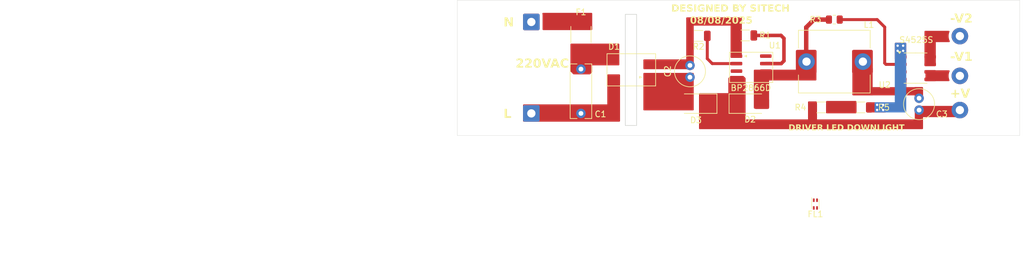
<source format=kicad_pcb>
(kicad_pcb (version 20240108) (generator "pcbnew") (generator_version "8.0")
  (layers (0 "F.Cu" signal) (31 "B.Cu" signal) (34 "B.Paste" user) (35 "F.Paste" user) (36 "B.SilkS" user "B.Silkscreen") (37 "F.SilkS" user "F.Silkscreen") (38 "B.Mask" user) (39 "F.Mask" user) (44 "Edge.Cuts" user))
  (net 0 "")
  (net 1 "NEUT")
  (net 2 "LINE")
  (net 3 "Net-(D1-+)")
  (net 4 "GND")
  (net 5 "VCC")
  (net 6 "Net-(D2-A)")
  (net 7 "unconnected-(F1-Pad1)")
  (net 8 "Net-(U2-D2-Pad5)")
  (net 9 "Net-(U2-D1-Pad7)")
  (net 10 "Net-(U1-CS)")
  (net 11 "Net-(U1-ROVP)")
  (net 12 "Net-(U2-CLK)")
  (net 13 "Net-(R4-Pad1)")
  (net 14 "Net-(U2-HV)")
  (net 17 "GND1")
  (net 18 "Net-(J1-Pin_1)")
  (net 19 "Net-(J2-Pin_2)")
  (net 20 "Net-(J2-Pin_3)")
  (net 21 "VCC1")
  (footprint "" (layer "F.Cu") (at 186.436 70.866)
    (property "Reference" "" (at 0 0 0) (layer "F.SilkS") (effects (font (size 1.27 1.27))))
    (property "Value" "")
    (pad "2" thru_hole circle (at 0 0 270) (size 2.8 2.8) (drill 1.4) (layers "*.Cu" "*.Mask") (net 20 "Net-(J2-Pin_3)"))
  )
  (footprint "MountingHole:MountingHole_3.2mm_M3_DIN965_Pad" (layer "F.Cu") (at 192.63 76.61 90)
    (property "Reference" "H2" (hide yes))
    (property "Value" "MountingHole_Pad_MP")
    (pad "" np_thru_hole circle (at 0 0 90) (size 3.2 3.2) (drill 3.2) (layers "F&B.Cu" "*.Mask"))
  )
  (footprint "Capacitor_THT:C_Radial_D5.0mm_H11.0mm_P2.00mm" (layer "F.Cu") (at 140.843 77.823 90)
    (property "Reference" "C2" (at 1 -3.75 90) (layer "F.SilkS"))
    (property "Value" "4.7uF/400V")
    (fp_circle (center 1 0) (end 3.62 0) (stroke (width 0.12)) (fill none) (layer "F.SilkS"))
    (pad "1" thru_hole circle (at 0 0 90) (size 1.6 1.6) (drill 0.8) (layers "*.Cu" "*.Mask") (net 3 "Net-(D1-+)"))
    (pad "2" thru_hole circle (at 2 0 90) (size 1.6 1.6) (drill 0.8) (layers "*.Cu" "*.Mask") (net 4 "GND"))
  )
  (footprint "" (layer "F.Cu") (at 114.046 68.4745)
    (property "Reference" "" (at 0 0 0) (layer "F.SilkS") (effects (font (size 1.27 1.27))))
    (property "Value" "")
    (pad "1" thru_hole roundrect (at 0 0 270) (size 2.8 2.8) (drill 1.4) (layers "*.Cu" "*.Mask") (roundrect_rratio 0.089286) (net 18 "Net-(J1-Pin_1)"))
  )
  (footprint "Capacitor_THT:C_Rect_L9.0mm_W3.4mm_P7.50mm_MKT" (layer "F.Cu") (at 122.428 76.447 -90)
    (property "Reference" "C1" (at 7.627 -3.302 180) (layer "F.SilkS"))
    (property "Value" "0.1uF/250V")
    (fp_line (start -0.87 1.82) (end 8.37 1.82) (stroke (width 0.12)) (layer "F.SilkS"))
    (fp_line (start -0.87 0.665) (end -0.87 1.82) (stroke (width 0.12)) (layer "F.SilkS"))
    (fp_line (start 8.37 0.665) (end 8.37 1.82) (stroke (width 0.12)) (layer "F.SilkS"))
    (fp_line (start -0.87 -1.82) (end -0.87 -0.665) (stroke (width 0.12)) (layer "F.SilkS"))
    (fp_line (start -0.87 -1.82) (end 8.37 -1.82) (stroke (width 0.12)) (layer "F.SilkS"))
    (fp_line (start 8.37 -1.82) (end 8.37 -0.665) (stroke (width 0.12)) (layer "F.SilkS"))
    (pad "1" thru_hole circle (at 0 0 270) (size 1.6 1.6) (drill 0.8) (layers "*.Cu" "*.Mask") (net 2 "LINE"))
    (pad "2" thru_hole circle (at 7.5 0 270) (size 1.6 1.6) (drill 0.8) (layers "*.Cu" "*.Mask") (net 1 "NEUT"))
  )
  (footprint "Resistor_SMD:R_1206_3216Metric" (layer "F.Cu") (at 162.982 82.931 180)
    (property "Reference" "R4" (at 3.47 0 0) (layer "F.SilkS"))
    (property "Value" "27K")
    (fp_line (start -0.727064 0.91) (end 0.727064 0.91) (stroke (width 0.12)) (layer "F.SilkS"))
    (fp_line (start -0.727064 -0.91) (end 0.727064 -0.91) (stroke (width 0.12)) (layer "F.SilkS"))
    (pad "1" smd roundrect (at -1.4625 0 180) (size 1.125 1.75) (layers "F.Cu" "F.Paste" "F.Mask") (roundrect_rratio 0.222222) (net 13 "Net-(R4-Pad1)"))
    (pad "2" smd roundrect (at 1.4625 0 180) (size 1.125 1.75) (layers "F.Cu" "F.Paste" "F.Mask") (roundrect_rratio 0.222222) (net 5 "VCC"))
  )
  (footprint "" (layer "F.Cu") (at 160.528 75.184)
    (property "Reference" "" (at 0 0 0) (layer "F.SilkS") (effects (font (size 1.27 1.27))))
    (property "Value" "")
    (pad "2" thru_hole circle (at 0 0 270) (size 2.8 2.8) (drill 1.4) (layers "*.Cu" "*.Mask") (net 6 "Net-(D2-A)"))
  )
  (footprint "Diode_SMD:D_SMA" (layer "F.Cu") (at 141.8865 82.301 180)
    (property "Reference" "D3" (at 0.0275 -2.789 0) (layer "F.SilkS"))
    (property "Value" "ES1J/1A-600V")
    (fp_line (start -3.51 1.65) (end 2 1.65) (stroke (width 0.12)) (layer "F.SilkS"))
    (fp_line (start -3.51 -1.65) (end 2 -1.65) (stroke (width 0.12)) (layer "F.SilkS"))
    (fp_line (start -3.51 -1.65) (end -3.51 1.65) (stroke (width 0.12)) (layer "F.SilkS"))
    (pad "1" smd roundrect (at -2 0 180) (size 2.5 1.8) (layers "F.Cu" "F.Paste" "F.Mask") (roundrect_rratio 0.1388888889) (net 5 "VCC"))
    (pad "2" smd roundrect (at 2 0 180) (size 2.5 1.8) (layers "F.Cu" "F.Paste" "F.Mask") (roundrect_rratio 0.1388888889) (net 3 "Net-(D1-+)"))
  )
  (footprint "Inductor_SMD:L_Chilisin_BMRF00101040" (layer "F.Cu") (at 165.227 75.184)
    (property "Reference" "L1" (at 5.842 -6.223 0) (layer "F.SilkS"))
    (property "Value" "1mH")
    (fp_line (start -6.06 -5.31) (end -6.06 -2.26) (stroke (width 0.12)) (layer "F.SilkS"))
    (fp_line (start -6.06 -5.31) (end 6.06 -5.31) (stroke (width 0.12)) (layer "F.SilkS"))
    (fp_line (start -6.06 5.31) (end -6.06 2.26) (stroke (width 0.12)) (layer "F.SilkS"))
    (fp_line (start -6.06 5.31) (end 6.06 5.31) (stroke (width 0.12)) (layer "F.SilkS"))
    (fp_line (start 6.06 -5.31) (end 6.06 -2.26) (stroke (width 0.12)) (layer "F.SilkS"))
    (fp_line (start 6.06 5.31) (end 6.06 2.26) (stroke (width 0.12)) (layer "F.SilkS"))
    (pad "1" smd roundrect (at -4.75 0) (size 3.5 4) (layers "F.Cu" "F.Paste" "F.Mask") (roundrect_rratio 0.071429) (net 6 "Net-(D2-A)"))
    (pad "2" smd roundrect (at 4.75 0) (size 3.5 4) (layers "F.Cu" "F.Paste" "F.Mask") (roundrect_rratio 0.071429) (net 17 "GND1"))
  )
  (footprint "" (layer "F.Cu") (at 186.436 83.383)
    (property "Reference" "" (at 0 0 0) (layer "F.SilkS") (effects (font (size 1.27 1.27))))
    (property "Value" "")
    (pad "2" thru_hole circle (at 0 0 270) (size 2.8 2.8) (drill 1.4) (layers "*.Cu" "*.Mask") (net 5 "VCC"))
  )
  (footprint "Resistor_SMD:R_1206_3216Metric" (layer "F.Cu") (at 142.3055 70.823 180)
    (property "Reference" "R2" (at 0 -1.82 0) (layer "F.SilkS"))
    (property "Value" "15K")
    (fp_line (start -0.727064 0.91) (end 0.727064 0.91) (stroke (width 0.12)) (layer "F.SilkS"))
    (fp_line (start -0.727064 -0.91) (end 0.727064 -0.91) (stroke (width 0.12)) (layer "F.SilkS"))
    (pad "1" smd roundrect (at -1.4625 0 180) (size 1.125 1.75) (layers "F.Cu" "F.Paste" "F.Mask") (roundrect_rratio 0.222222) (net 11 "Net-(U1-ROVP)"))
    (pad "2" smd roundrect (at 1.4625 0 180) (size 1.125 1.75) (layers "F.Cu" "F.Paste" "F.Mask") (roundrect_rratio 0.222222) (net 4 "GND"))
  )
  (footprint "" (layer "F.Cu") (at 170.053 75.184)
    (property "Reference" "" (at 0 0 0) (layer "F.SilkS") (effects (font (size 1.27 1.27))))
    (property "Value" "")
    (pad "2" thru_hole circle (at 0 0 270) (size 2.8 2.8) (drill 1.4) (layers "*.Cu" "*.Mask") (net 17 "GND1"))
  )
  (footprint "MountingHole:MountingHole_3.2mm_M3_DIN965_Pad" (layer "F.Cu") (at 105.13 76.61)
    (property "Reference" "H1" (hide yes))
    (property "Value" "MountingHole_Pad_MP")
    (pad "" np_thru_hole circle (at 0 0) (size 3.2 3.2) (drill 3.2) (layers "F&B.Cu" "*.Mask"))
  )
  (footprint "Diode_SMD:D_SMA" (layer "F.Cu") (at 150.959 82.301)
    (property "Reference" "D2" (at 0.044 2.662 0) (layer "F.SilkS"))
    (property "Value" "ES1J/1A-600V")
    (fp_line (start -3.51 -1.65) (end -3.51 1.65) (stroke (width 0.12)) (layer "F.SilkS"))
    (fp_line (start -3.51 -1.65) (end 2 -1.65) (stroke (width 0.12)) (layer "F.SilkS"))
    (fp_line (start -3.51 1.65) (end 2 1.65) (stroke (width 0.12)) (layer "F.SilkS"))
    (pad "1" smd roundrect (at -2 0) (size 2.5 1.8) (layers "F.Cu" "F.Paste" "F.Mask") (roundrect_rratio 0.1388888889) (net 5 "VCC"))
    (pad "2" smd roundrect (at 2 0) (size 2.5 1.8) (layers "F.Cu" "F.Paste" "F.Mask") (roundrect_rratio 0.1388888889) (net 6 "Net-(D2-A)"))
  )
  (footprint "Resistor_SMD:R_0805_2012Metric" (layer "F.Cu") (at 165.227 68.072)
    (property "Reference" "R3" (at -3.175 0 0) (layer "F.SilkS"))
    (property "Value" "330K")
    (fp_line (start -0.227064 -0.735) (end 0.227064 -0.735) (stroke (width 0.12)) (layer "F.SilkS"))
    (fp_line (start -0.227064 0.735) (end 0.227064 0.735) (stroke (width 0.12)) (layer "F.SilkS"))
    (pad "1" smd roundrect (at -0.9125 0) (size 1.025 1.4) (layers "F.Cu" "F.Paste" "F.Mask") (roundrect_rratio 0.243902) (net 6 "Net-(D2-A)"))
    (pad "2" smd roundrect (at 0.9125 0) (size 1.025 1.4) (layers "F.Cu" "F.Paste" "F.Mask") (roundrect_rratio 0.243902) (net 12 "Net-(U2-CLK)"))
  )
  (footprint "Capacitor_THT:C_Radial_D5.0mm_H11.0mm_P2.00mm" (layer "F.Cu") (at 179.543 83.383 90)
    (property "Reference" "C3" (at -0.691 3.845 180) (layer "F.SilkS"))
    (property "Value" "22uF/400V")
    (fp_circle (center 1 0) (end 3.62 0) (stroke (width 0.12)) (fill none) (layer "F.SilkS"))
    (pad "1" thru_hole circle (at 0 0 90) (size 1.6 1.6) (drill 0.8) (layers "*.Cu" "*.Mask") (net 5 "VCC"))
    (pad "2" thru_hole circle (at 2 0 90) (size 1.6 1.6) (drill 0.8) (layers "*.Cu" "*.Mask") (net 17 "GND1"))
  )
  (footprint "" (layer "F.Cu") (at 186.436 77.597)
    (property "Reference" "" (at 0 0 0) (layer "F.SilkS") (effects (font (size 1.27 1.27))))
    (property "Value" "")
    (pad "2" thru_hole circle (at 0 0 270) (size 2.8 2.8) (drill 1.4) (layers "*.Cu" "*.Mask") (net 19 "Net-(J2-Pin_2)"))
  )
  (footprint "Resistor_SMD:R_1206_3216Metric" (layer "F.Cu") (at 169.672 82.931 180)
    (property "Reference" "R5" (at -3.937 0 0) (layer "F.SilkS"))
    (property "Value" "27K")
    (fp_line (start -0.727064 0.91) (end 0.727064 0.91) (stroke (width 0.12)) (layer "F.SilkS"))
    (fp_line (start -0.727064 -0.91) (end 0.727064 -0.91) (stroke (width 0.12)) (layer "F.SilkS"))
    (pad "1" smd roundrect (at -1.4625 0 180) (size 1.125 1.75) (layers "F.Cu" "F.Paste" "F.Mask") (roundrect_rratio 0.222222) (net 14 "Net-(U2-HV)"))
    (pad "2" smd roundrect (at 1.4625 0 180) (size 1.125 1.75) (layers "F.Cu" "F.Paste" "F.Mask") (roundrect_rratio 0.222222) (net 13 "Net-(R4-Pad1)"))
  )
  (footprint "Inductor_SMD:L_CommonModeChoke_Coilcraft_0603USB" (layer "F.Cu") (at 162.031 99.294)
    (property "Reference" "FL1" (at 0 1.7 0) (layer "F.SilkS"))
    (property "Value" "Filter_EMI_LL")
    (fp_line (start -0.63 -1.1) (end -0.63 0.8) (stroke (width 0.1)) (layer "F.SilkS"))
    (fp_line (start 0.63 0.8) (end 0.63 -0.8) (stroke (width 0.1)) (layer "F.SilkS"))
    (pad "1" smd roundrect (at -0.275 -0.655) (size 0.3 0.58) (layers "F.Cu" "F.Paste" "F.Mask") (roundrect_rratio 0.05) (net 6 "Net-(D2-A)"))
    (pad "2" smd roundrect (at -0.275 0.655) (size 0.3 0.58) (layers "F.Cu" "F.Paste" "F.Mask") (roundrect_rratio 0.05) (net 17 "GND1"))
    (pad "3" smd roundrect (at 0.275 0.655) (size 0.3 0.58) (layers "F.Cu" "F.Paste" "F.Mask") (roundrect_rratio 0.05) (net 5 "VCC"))
    (pad "4" smd roundrect (at 0.275 -0.655) (size 0.3 0.58) (layers "F.Cu" "F.Paste" "F.Mask") (roundrect_rratio 0.05) (net 21 "VCC1"))
  )
  (footprint "Fuse:Fuse_1812_4532Metric" (layer "F.Cu") (at 122.428 70.612 -90)
    (property "Reference" "F1" (at -3.81 0 180) (layer "F.SilkS"))
    (property "Value" "500mA")
    (fp_line (start -1.386252 1.71) (end 1.386252 1.71) (stroke (width 0.12)) (layer "F.SilkS"))
    (fp_line (start -1.386252 -1.71) (end 1.386252 -1.71) (stroke (width 0.12)) (layer "F.SilkS"))
    (pad "1" smd roundrect (at -2.1375 0 270) (size 1.125 3.4) (layers "F.Cu" "F.Paste" "F.Mask") (roundrect_rratio 0.222222) (net 7 "unconnected-(F1-Pad1)"))
    (pad "2" smd roundrect (at 2.1375 0 270) (size 1.125 3.4) (layers "F.Cu" "F.Paste" "F.Mask") (roundrect_rratio 0.222222) (net 2 "LINE"))
  )
  (footprint "Package_SO:SOIC-8_3.9x4.9mm_P1.27mm" (layer "F.Cu") (at 178.943 76.283)
    (property "Reference" "U2" (at -5.207 2.838 0) (layer "F.SilkS"))
    (property "Value" "S4525S")
    (fp_line (start 0 -2.56) (end -1.95 -2.56) (stroke (width 0.12)) (layer "F.SilkS"))
    (fp_line (start 0 -2.56) (end 1.95 -2.56) (stroke (width 0.12)) (layer "F.SilkS"))
    (fp_line (start 0 2.56) (end -1.95 2.56) (stroke (width 0.12)) (layer "F.SilkS"))
    (fp_line (start 0 2.56) (end 1.95 2.56) (stroke (width 0.12)) (layer "F.SilkS"))
    (fp_poly (pts (xy -2.7 -2.465) (xy -2.94 -2.795) (xy -2.46 -2.795) (xy -2.7 -2.465)) (stroke (width 0.12)) (fill solid) (layer "F.SilkS"))
    (pad "1" smd roundrect (at -2.475 -1.905) (size 1.95 0.6) (layers "F.Cu" "F.Paste" "F.Mask") (net 14 "Net-(U2-HV)"))
    (pad "2" smd roundrect (at -2.475 -0.635) (size 1.95 0.6) (layers "F.Cu" "F.Paste" "F.Mask") (net 12 "Net-(U2-CLK)"))
    (pad "3" smd roundrect (at -2.475 0.635) (size 1.95 0.6) (layers "F.Cu" "F.Paste" "F.Mask"))
    (pad "4" smd roundrect (at -2.475 1.905) (size 1.95 0.6) (layers "F.Cu" "F.Paste" "F.Mask") (net 17 "GND1"))
    (pad "5" smd roundrect (at 2.475 1.905) (size 1.95 0.6) (layers "F.Cu" "F.Paste" "F.Mask") (net 8 "Net-(U2-D2-Pad5)"))
    (pad "6" smd roundrect (at 2.475 0.635) (size 1.95 0.6) (layers "F.Cu" "F.Paste" "F.Mask") (net 8 "Net-(U2-D2-Pad5)"))
    (pad "7" smd roundrect (at 2.475 -0.635) (size 1.95 0.6) (layers "F.Cu" "F.Paste" "F.Mask") (net 9 "Net-(U2-D1-Pad7)"))
    (pad "8" smd roundrect (at 2.475 -1.905) (size 1.95 0.6) (layers "F.Cu" "F.Paste" "F.Mask") (net 9 "Net-(U2-D1-Pad7)"))
  )
  (footprint "SI_Mosfet_Buck:BP2866" (layer "F.Cu") (at 151.179 76.153)
    (property "Reference" "U1" (at 4 -3.71 0) (layer "F.SilkS"))
    (property "Value" "BP2866D")
    (fp_line (start -3.65 -2.56) (end -3.65 2.56) (stroke (width 0.12)) (layer "F.SilkS"))
    (fp_line (start 0 -2.56) (end -3.65 -2.56) (stroke (width 0.12)) (layer "F.SilkS"))
    (fp_line (start 0 -2.56) (end 1.95 -2.56) (stroke (width 0.12)) (layer "F.SilkS"))
    (fp_line (start 0 2.56) (end -3.65 2.56) (stroke (width 0.12)) (layer "F.SilkS"))
    (fp_line (start 0 2.56) (end 3.65 2.56) (stroke (width 0.12)) (layer "F.SilkS"))
    (fp_line (start 3.65 -2.56) (end 1.95 -2.56) (stroke (width 0.12)) (layer "F.SilkS"))
    (fp_line (start 3.65 2.56) (end 3.65 -2.56) (stroke (width 0.12)) (layer "F.SilkS"))
    (fp_poly (pts (xy -0.77 -1.75) (xy -1.1 -1.9) (xy -0.77 -2.05)) (stroke (width 0.12)) (fill solid) (layer "F.SilkS"))
    (pad "1" smd roundrect (at -2.475 -1.905) (size 1.95 0.6) (layers "F.Cu" "F.Paste" "F.Mask") (net 4 "GND"))
    (pad "2" smd roundrect (at -2.475 -0.635) (size 1.95 0.6) (layers "F.Cu" "F.Paste" "F.Mask") (net 11 "Net-(U1-ROVP)"))
    (pad "3" smd roundrect (at -2.475 0.635) (size 1.95 0.6) (layers "F.Cu" "F.Paste" "F.Mask"))
    (pad "4" smd roundrect (at -2.475 1.905) (size 1.95 0.6) (layers "F.Cu" "F.Paste" "F.Mask") (net 5 "VCC"))
    (pad "5" smd roundrect (at 2.475 1.905) (size 1.95 0.6) (layers "F.Cu" "F.Paste" "F.Mask") (net 6 "Net-(D2-A)"))
    (pad "6" smd roundrect (at 2.475 0.635) (size 1.95 0.6) (layers "F.Cu" "F.Paste" "F.Mask") (net 6 "Net-(D2-A)"))
    (pad "7" smd roundrect (at 2.475 -0.635) (size 1.95 0.6) (layers "F.Cu" "F.Paste" "F.Mask") (net 10 "Net-(U1-CS)"))
    (pad "8" smd roundrect (at 2.475 -1.905) (size 1.95 0.6) (layers "F.Cu" "F.Paste" "F.Mask"))
  )
  (footprint "Resistor_SMD:R_1206_3216Metric" (layer "F.Cu") (at 150.1665 70.753 180)
    (property "Reference" "R1" (at -3.3765 0.014 0) (layer "F.SilkS"))
    (property "Value" "180K")
    (fp_line (start -0.727064 0.91) (end 0.727064 0.91) (stroke (width 0.12)) (layer "F.SilkS"))
    (fp_line (start -0.727064 -0.91) (end 0.727064 -0.91) (stroke (width 0.12)) (layer "F.SilkS"))
    (pad "1" smd roundrect (at -1.4625 0 180) (size 1.125 1.75) (layers "F.Cu" "F.Paste" "F.Mask") (roundrect_rratio 0.222222) (net 10 "Net-(U1-CS)"))
    (pad "2" smd roundrect (at 1.4625 0 180) (size 1.125 1.75) (layers "F.Cu" "F.Paste" "F.Mask") (roundrect_rratio 0.222222) (net 4 "GND"))
  )
  (footprint "CTS_Diode_SMD:DiodeBridge_MB10F-13" (layer "F.Cu") (at 130.937 76.573 180)
    (property "Reference" "D1" (at 2.921 3.929 180) (layer "F.SilkS"))
    (property "Value" "MB10F-13")
    (fp_rect (start -4.11 -2.73) (end 4.11 2.73) (stroke (width 0.12)) (fill none) (layer "F.SilkS"))
    (fp_poly (pts (xy -1.39 -1.1) (xy -1.72 -1.25) (xy -1.39 -1.4)) (stroke (width 0.12)) (fill solid) (layer "F.SilkS"))
    (pad "1" smd rect (at -2.9591 -1.25 180) (size 1.792199 0.8628) (layers "F.Cu" "F.Paste" "F.Mask") (net 3 "Net-(D1-+)"))
    (pad "2" smd rect (at 2.9591 -1.25 180) (size 1.792199 0.8628) (layers "F.Cu" "F.Paste" "F.Mask") (net 1 "NEUT"))
    (pad "3" smd rect (at -2.9591 1.25 180) (size 1.792199 0.8628) (layers "F.Cu" "F.Paste" "F.Mask") (net 4 "GND"))
    (pad "4" smd rect (at 2.9591 1.25 180) (size 1.792199 0.8628) (layers "F.Cu" "F.Paste" "F.Mask") (net 2 "LINE"))
  )
  (footprint "" (layer "F.Cu") (at 114.046 83.947)
    (property "Reference" "" (at 0 0 0) (layer "F.SilkS") (effects (font (size 1.27 1.27))))
    (property "Value" "")
    (pad "1" thru_hole roundrect (at 0 0 270) (size 2.8 2.8) (drill 1.4) (layers "*.Cu" "*.Mask") (roundrect_rratio 0.089286) (net 1 "NEUT"))
  )
  (gr_rect (start 129.921 67.183) (end 131.826 85.994) (stroke (width 0.1)) (fill none) (layer "Edge.Cuts"))
  (gr_rect (start 101.54 64.78) (end 196.54 87.7) (stroke (width 0.05)) (fill none) (layer "Edge.Cuts"))
  (gr_text "DESIGNED BY SITECH" (at 137.668 66.929 0) (layer "F.SilkS") (effects (font (size 1.2 1.2) (thickness 0.3) (bold yes)) (justify left bottom)))
  (gr_text "08/08/2025" (at 140.843 68.961 0) (layer "F.SilkS") (effects (font (size 1.2 1.2) (thickness 0.3) (bold yes)) (justify left bottom)))
  (gr_text "S4525S" (at 179.07 71.501 0) (layer "F.SilkS") (effects (font (size 1 1))))
  (gr_text "220VAC" (at 111.379 76.454 0) (layer "F.SilkS") (effects (font (size 1.5 1.5) (thickness 0.3) (bold yes)) (justify left bottom)))
  (gr_text "DRIVER LED DOWNLIGHT" (at 157.48 86.995 0) (layer "F.SilkS") (effects (font (size 1 1) (thickness 0.2) (bold yes)) (justify left bottom)))
  (gr_text "+V" (at 184.785 81.534 0) (layer "F.SilkS") (effects (font (size 1.5 1.5) (thickness 0.3) (bold yes)) (justify left bottom)))
  (gr_text "-V2" (at 184.785 68.834 0) (layer "F.SilkS") (effects (font (size 1.5 1.5) (thickness 0.3) (bold yes)) (justify left bottom)))
  (gr_text "N" (at 109.347 69.469 0) (layer "F.SilkS") (effects (font (size 1.5 1.5) (thickness 0.3) (bold yes)) (justify left bottom)))
  (gr_text "BP2866D" (at 151.13 79.629 0) (layer "F.SilkS") (effects (font (size 1 1))))
  (gr_text "L" (at 109.347 84.963 0) (layer "F.SilkS") (effects (font (size 1.5 1.5) (thickness 0.3) (bold yes)) (justify left bottom)))
  (gr_text "-V1" (at 184.785 75.311 0) (layer "F.SilkS") (effects (font (size 1.5 1.5) (thickness 0.3) (bold yes)) (justify left bottom)))
  (segment (start 160.477 69.393) (end 161.798 68.072) (width 0.75) (layer "F.Cu") (net 6))
  (segment (start 161.798 68.072) (end 164.3145 68.072) (width 0.75) (layer "F.Cu") (net 6))
  (segment (start 160.477 75.184) (end 160.477 69.393) (width 0.75) (layer "F.Cu") (net 6))
  (segment (start 153.654 75.518) (end 156.257 75.518) (width 0.6) (layer "F.Cu") (net 10))
  (segment (start 156.224 70.753) (end 151.629 70.753) (width 0.6) (layer "F.Cu") (net 10))
  (segment (start 156.718 75.057) (end 156.718 71.247) (width 0.6) (layer "F.Cu") (net 10))
  (segment (start 156.257 75.518) (end 156.718 75.057) (width 0.6) (layer "F.Cu") (net 10))
  (segment (start 156.718 71.247) (end 156.224 70.753) (width 0.6) (layer "F.Cu") (net 10))
  (segment (start 144.606 75.518) (end 143.768 74.68) (width 0.5) (layer "F.Cu") (net 11))
  (segment (start 143.768 74.68) (end 143.768 70.823) (width 0.5) (layer "F.Cu") (net 11))
  (segment (start 148.704 75.518) (end 144.606 75.518) (width 0.5) (layer "F.Cu") (net 11))
  (segment (start 173.946 75.648) (end 173.736 75.438) (width 0.5) (layer "F.Cu") (net 12))
  (segment (start 176.468 75.648) (end 173.946 75.648) (width 0.5) (layer "F.Cu") (net 12))
  (segment (start 173.736 75.438) (end 173.736 69.342) (width 0.5) (layer "F.Cu") (net 12))
  (segment (start 173.736 69.342) (end 172.466 68.072) (width 0.5) (layer "F.Cu") (net 12))
  (segment (start 172.466 68.072) (end 166.1395 68.072) (width 0.5) (layer "F.Cu") (net 12))
  (via (at 176.852 73.351) (size 0.8) (drill 0.4) (layers "F.Cu" "B.Cu") (net 14))
  (via (at 172.452 82.501) (size 0.8) (drill 0.4) (layers "F.Cu" "B.Cu") (net 14))
  (via (at 176.852 72.491) (size 0.8) (drill 0.4) (layers "F.Cu" "B.Cu") (net 14))
  (via (at 172.452 83.361) (size 0.8) (drill 0.4) (layers "F.Cu" "B.Cu") (net 14))
  (via (at 175.922 72.491) (size 0.8) (drill 0.4) (layers "F.Cu" "B.Cu") (net 14))
  (via (at 173.476167 82.508677) (size 0.8) (drill 0.4) (layers "F.Cu" "B.Cu") (net 14))
  (via (at 175.922 73.351) (size 0.8) (drill 0.4) (layers "F.Cu" "B.Cu") (net 14))
  (via (at 173.476167 83.368677) (size 0.8) (drill 0.4) (layers "F.Cu" "B.Cu") (net 14))
  (zone (net 13) (net_name "Net-(R4-Pad1)") (layer "F.Cu") (priority 6) (connect_pads yes (clearance 0.5)) (min_thickness 0.25) (fill yes (thermal_gap 0.5) (thermal_bridge_width 0.5))
    (polygon (pts (xy 163.832 81.841) (xy 168.982 81.841) (xy 168.982 83.941) (xy 163.832 83.941)))
  )
  (zone (net 6) (net_name "Net-(D2-A)") (layer "F.Cu") (priority 5) (connect_pads yes (clearance 0.5)) (min_thickness 0.25) (fill yes (thermal_gap 0.5) (thermal_bridge_width 0.5))
    (polygon (pts (xy 151.629 76.545819) (xy 158.82616 76.545819) (xy 158.82616 74.168) (xy 159.258 74.168) (xy 162.199 74.168) (xy 162.199 78.373) (xy 154.589 78.373) (xy 154.579 78.383) (xy 154.208 78.373748) (xy 154.208 83.123) (xy 151.629 83.123)))
  )
  (zone (net 14) (net_name "Net-(U2-HV)") (layer "F.Cu") (priority 7) (connect_pads yes (clearance 0.5)) (min_thickness 0.25) (fill yes (thermal_gap 0.5) (thermal_bridge_width 0.5))
    (polygon (pts (xy 177.372 74.881) (xy 177.372 71.991) (xy 175.452 71.991) (xy 175.452 74.881)))
  )
  (zone (net 4) (net_name "GND") (layer "F.Cu") (priority 11) (connect_pads yes (clearance 0.5)) (min_thickness 0.25) (fill yes (thermal_gap 0.5) (thermal_bridge_width 0.5))
    (polygon (pts (xy 132.969 76.466) (xy 141.478 76.466) (xy 141.478 69.088) (xy 147.701 69.088) (xy 147.701 72.771) (xy 147.701 72.771) (xy 147.701 74.549) (xy 149.606 74.549) (xy 149.606 67.691) (xy 140.208 67.691) (xy 140.208 74.803) (xy 132.969 74.803)))
  )
  (zone (net 17) (net_name "GND1") (layer "F.Cu") (priority 10) (connect_pads yes (clearance 0.5)) (min_thickness 0.25) (fill yes (thermal_gap 0.5) (thermal_bridge_width 0.5))
    (polygon (pts (xy 171.704 76.2) (xy 168.275 76.2) (xy 168.275 80.899) (xy 171.704 80.899)))
  )
  (zone (net 3) (net_name "Net-(D1-+)") (layer "F.Cu") (priority 3) (connect_pads yes (clearance 0.5)) (min_thickness 0.25) (fill yes (thermal_gap 0.5) (thermal_bridge_width 0.5) (island_removal_mode 1) (island_area_min 10))
    (polygon (pts (xy 141.478 77.089) (xy 141.478 83.439) (xy 132.969 83.439) (xy 132.969 77.089)))
  )
  (zone (net 1) (net_name "NEUT") (layer "F.Cu") (priority 2) (connect_pads yes (clearance 0.5)) (min_thickness 0.25) (fill yes (thermal_gap 0.5) (thermal_bridge_width 0.5) (island_removal_mode 1) (island_area_min 10))
    (polygon (pts (xy 112.649 82.423) (xy 126.873 82.423) (xy 126.873 77.343) (xy 129.032 77.343) (xy 129.032 85.344) (xy 112.649 85.344)))
  )
  (zone (net 5) (net_name "VCC") (layer "F.Cu") (priority 4) (connect_pads yes (clearance 0.5)) (min_thickness 0.25) (fill yes (thermal_gap 0.5) (thermal_bridge_width 0.5))
    (polygon (pts (xy 142.367 80.518) (xy 142.367 86.614) (xy 180.213 86.614) (xy 180.213 83.185) (xy 178.816 83.185) (xy 178.816 84.963) (xy 162.306 84.963) (xy 162.306 81.915) (xy 160.782 81.915) (xy 160.782 84.963) (xy 150.241 84.963) (xy 150.241 77.978) (xy 149.86 77.597) (xy 147.701 77.597) (xy 147.32 77.978) (xy 147.32 80.518)))
  )
  (zone (net 17) (net_name "GND1") (layer "F.Cu") (priority 10) (connect_pads yes (clearance 0.5)) (min_thickness 0.25) (fill yes (thermal_gap 0.5) (thermal_bridge_width 0.5))
    (polygon (pts (xy 177.419 77.978) (xy 175.514 77.978) (xy 175.514 79.502) (xy 177.419 79.502)))
  )
  (zone (net 14) (net_name "Net-(U2-HV)") (layer "F.Cu") (priority 7) (connect_pads yes (clearance 0.5)) (min_thickness 0.25) (fill yes (thermal_gap 0.5) (thermal_bridge_width 0.5))
    (polygon (pts (xy 170.666167 83.788677) (xy 173.966167 83.788677) (xy 173.966167 82.068677) (xy 170.666167 82.068677)))
  )
  (zone (net 2) (net_name "LINE") (layer "F.Cu") (priority 1) (connect_pads yes (clearance 0.5)) (min_thickness 0.25) (fill yes (thermal_gap 0.5) (thermal_bridge_width 0.5) (island_removal_mode 1) (island_area_min 10))
    (polygon (pts (xy 120.65 72.136) (xy 128.905 72.136) (xy 128.905 75.819) (xy 125.222 75.819) (xy 124.46 75.057) (xy 125.22275 75.81975) (xy 124.333 75.81975) (xy 124.333 76.962) (xy 123.952 77.343) (xy 121.158 77.343) (xy 120.65 76.835)))
  )
  (zone (net 7) (net_name "unconnected-(F1-Pad1)") (layer "F.Cu") (connect_pads yes (clearance 0.5)) (min_thickness 0.25) (fill yes (thermal_gap 0.5) (thermal_bridge_width 0.5) (island_removal_mode 1) (island_area_min 10))
    (polygon (pts (xy 112.522 66.929) (xy 124.333 66.929) (xy 124.333 69.85) (xy 112.522 69.85)))
  )
  (zone (net 5) (net_name "VCC") (layer "F.Cu") (priority 4) (connect_pads yes (clearance 0.5)) (min_thickness 0.25) (fill yes (thermal_gap 0.5) (thermal_bridge_width 0.5))
    (polygon (pts (xy 179.451 82.677) (xy 186.436 82.677) (xy 186.436 84.582) (xy 179.451 84.582)))
  )
  (zone (net 17) (net_name "GND1") (layer "F.Cu") (priority 10) (connect_pads yes (clearance 0.5)) (min_thickness 0.25) (fill yes (thermal_gap 0.5) (thermal_bridge_width 0.5))
    (polygon (pts (xy 180.213 79.502) (xy 178.816 79.502) (xy 178.816 81.209) (xy 180.213 81.209)))
  )
  (zone (net 17) (net_name "GND1") (layer "F.Cu") (priority 10) (connect_pads yes (clearance 0.5)) (min_thickness 0.25) (fill yes (thermal_gap 0.5) (thermal_bridge_width 0.5))
    (polygon (pts (xy 180.213 80.899) (xy 180.213 79.502) (xy 168.402 79.502) (xy 168.402 80.899) (xy 168.402 80.899)))
  )
  (zone (net 8) (net_name "Net-(U2-D2-Pad5)") (layers "F&B.Cu") (priority 9) (connect_pads yes (clearance 0.5)) (min_thickness 0.25) (fill yes (thermal_gap 0.5) (thermal_bridge_width 0.5))
    (polygon (pts (xy 186.182 78.465) (xy 186.309 78.486) (xy 180.623 78.486) (xy 180.623 77.775) (xy 180.622405 77.775) (xy 180.622405 76.652) (xy 186.289 76.652) (xy 186.289 78.465)))
  )
  (zone (net 9) (net_name "Net-(U2-D1-Pad7)") (layers "F&B.Cu") (priority 8) (connect_pads yes (clearance 0.5)) (min_thickness 0.25) (fill yes (thermal_gap 0.5) (thermal_bridge_width 0.5))
    (polygon (pts (xy 186.816 69.967) (xy 180.455785 69.967) (xy 180.455785 75.933) (xy 182.372 75.933) (xy 182.372 71.882) (xy 186.816 71.882)))
  )
  (zone (net 14) (net_name "Net-(U2-HV)") (layer "B.Cu") (priority 7) (connect_pads yes (clearance 0.5)) (min_thickness 0.25) (fill yes (thermal_gap 0.5) (thermal_bridge_width 0.5))
    (polygon (pts (xy 172.022 82.061) (xy 175.442 82.061) (xy 175.442 71.991) (xy 177.372 71.991) (xy 177.372 83.781) (xy 172.022 83.781) (xy 172.022 82.061) (xy 172.022 82.071)))
  )
)
</source>
